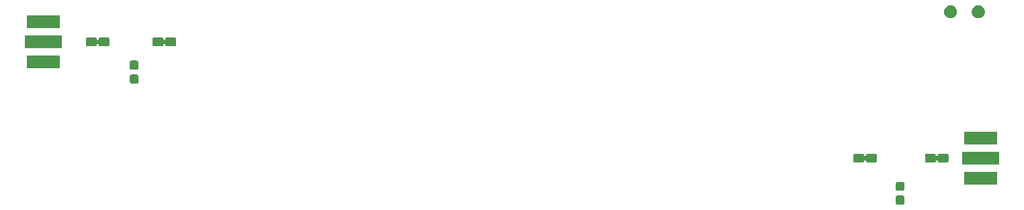
<source format=gbr>
G04 #@! TF.GenerationSoftware,KiCad,Pcbnew,5.1.2-f72e74a~84~ubuntu18.04.1*
G04 #@! TF.CreationDate,2019-11-21T14:14:44+01:00*
G04 #@! TF.ProjectId,FR4_proto,4652345f-7072-46f7-946f-2e6b69636164,rev?*
G04 #@! TF.SameCoordinates,Original*
G04 #@! TF.FileFunction,Soldermask,Top*
G04 #@! TF.FilePolarity,Negative*
%FSLAX46Y46*%
G04 Gerber Fmt 4.6, Leading zero omitted, Abs format (unit mm)*
G04 Created by KiCad (PCBNEW 5.1.2-f72e74a~84~ubuntu18.04.1) date 2019-11-21 14:14:44*
%MOMM*%
%LPD*%
G04 APERTURE LIST*
%ADD10C,0.100000*%
G04 APERTURE END LIST*
D10*
G36*
X166734499Y-108348445D02*
G01*
X166771995Y-108359820D01*
X166806554Y-108378292D01*
X166836847Y-108403153D01*
X166861708Y-108433446D01*
X166880180Y-108468005D01*
X166891555Y-108505501D01*
X166896000Y-108550638D01*
X166896000Y-109289362D01*
X166891555Y-109334499D01*
X166880180Y-109371995D01*
X166861708Y-109406554D01*
X166836847Y-109436847D01*
X166806554Y-109461708D01*
X166771995Y-109480180D01*
X166734499Y-109491555D01*
X166689362Y-109496000D01*
X166050638Y-109496000D01*
X166005501Y-109491555D01*
X165968005Y-109480180D01*
X165933446Y-109461708D01*
X165903153Y-109436847D01*
X165878292Y-109406554D01*
X165859820Y-109371995D01*
X165848445Y-109334499D01*
X165844000Y-109289362D01*
X165844000Y-108550638D01*
X165848445Y-108505501D01*
X165859820Y-108468005D01*
X165878292Y-108433446D01*
X165903153Y-108403153D01*
X165933446Y-108378292D01*
X165968005Y-108359820D01*
X166005501Y-108348445D01*
X166050638Y-108344000D01*
X166689362Y-108344000D01*
X166734499Y-108348445D01*
X166734499Y-108348445D01*
G37*
G36*
X166734499Y-106598445D02*
G01*
X166771995Y-106609820D01*
X166806554Y-106628292D01*
X166836847Y-106653153D01*
X166861708Y-106683446D01*
X166880180Y-106718005D01*
X166891555Y-106755501D01*
X166896000Y-106800638D01*
X166896000Y-107539362D01*
X166891555Y-107584499D01*
X166880180Y-107621995D01*
X166861708Y-107656554D01*
X166836847Y-107686847D01*
X166806554Y-107711708D01*
X166771995Y-107730180D01*
X166734499Y-107741555D01*
X166689362Y-107746000D01*
X166050638Y-107746000D01*
X166005501Y-107741555D01*
X165968005Y-107730180D01*
X165933446Y-107711708D01*
X165903153Y-107686847D01*
X165878292Y-107656554D01*
X165859820Y-107621995D01*
X165848445Y-107584499D01*
X165844000Y-107539362D01*
X165844000Y-106800638D01*
X165848445Y-106755501D01*
X165859820Y-106718005D01*
X165878292Y-106683446D01*
X165903153Y-106653153D01*
X165933446Y-106628292D01*
X165968005Y-106609820D01*
X166005501Y-106598445D01*
X166050638Y-106594000D01*
X166689362Y-106594000D01*
X166734499Y-106598445D01*
X166734499Y-106598445D01*
G37*
G36*
X178611000Y-106991000D02*
G01*
X174449000Y-106991000D01*
X174449000Y-105369000D01*
X178611000Y-105369000D01*
X178611000Y-106991000D01*
X178611000Y-106991000D01*
G37*
G36*
X178881000Y-104451000D02*
G01*
X174179000Y-104451000D01*
X174179000Y-102829000D01*
X178881000Y-102829000D01*
X178881000Y-104451000D01*
X178881000Y-104451000D01*
G37*
G36*
X170687811Y-103039605D02*
G01*
X170726867Y-103051453D01*
X170762862Y-103070693D01*
X170794414Y-103096586D01*
X170820307Y-103128138D01*
X170839547Y-103164133D01*
X170851395Y-103203189D01*
X170855603Y-103245918D01*
X170860383Y-103269951D01*
X170869761Y-103292590D01*
X170883374Y-103312964D01*
X170900701Y-103330291D01*
X170921076Y-103343905D01*
X170943715Y-103353283D01*
X170967748Y-103358063D01*
X170992252Y-103358063D01*
X171016285Y-103353283D01*
X171038924Y-103343905D01*
X171059298Y-103330292D01*
X171076625Y-103312965D01*
X171090239Y-103292590D01*
X171099617Y-103269951D01*
X171104397Y-103245918D01*
X171108605Y-103203189D01*
X171120453Y-103164133D01*
X171139693Y-103128138D01*
X171165586Y-103096586D01*
X171197138Y-103070693D01*
X171233133Y-103051453D01*
X171272189Y-103039605D01*
X171318949Y-103035000D01*
X172241051Y-103035000D01*
X172287811Y-103039605D01*
X172326867Y-103051453D01*
X172362862Y-103070693D01*
X172394414Y-103096586D01*
X172420307Y-103128138D01*
X172439547Y-103164133D01*
X172451395Y-103203189D01*
X172456000Y-103249949D01*
X172456000Y-103972051D01*
X172451395Y-104018811D01*
X172439547Y-104057867D01*
X172420307Y-104093862D01*
X172394414Y-104125414D01*
X172362862Y-104151307D01*
X172326867Y-104170547D01*
X172287811Y-104182395D01*
X172241051Y-104187000D01*
X171318949Y-104187000D01*
X171272189Y-104182395D01*
X171233133Y-104170547D01*
X171197138Y-104151307D01*
X171165586Y-104125414D01*
X171139693Y-104093862D01*
X171120453Y-104057867D01*
X171108605Y-104018811D01*
X171104397Y-103976082D01*
X171099617Y-103952049D01*
X171090239Y-103929410D01*
X171076626Y-103909036D01*
X171059299Y-103891709D01*
X171038924Y-103878095D01*
X171016285Y-103868717D01*
X170992252Y-103863937D01*
X170967748Y-103863937D01*
X170943715Y-103868717D01*
X170921076Y-103878095D01*
X170900702Y-103891708D01*
X170883375Y-103909035D01*
X170869761Y-103929410D01*
X170860383Y-103952049D01*
X170855603Y-103976082D01*
X170851395Y-104018811D01*
X170839547Y-104057867D01*
X170820307Y-104093862D01*
X170794414Y-104125414D01*
X170762862Y-104151307D01*
X170726867Y-104170547D01*
X170687811Y-104182395D01*
X170641051Y-104187000D01*
X169718949Y-104187000D01*
X169672189Y-104182395D01*
X169633133Y-104170547D01*
X169597138Y-104151307D01*
X169565586Y-104125414D01*
X169539693Y-104093862D01*
X169520453Y-104057867D01*
X169508605Y-104018811D01*
X169504000Y-103972051D01*
X169504000Y-103249949D01*
X169508605Y-103203189D01*
X169520453Y-103164133D01*
X169539693Y-103128138D01*
X169565586Y-103096586D01*
X169597138Y-103070693D01*
X169633133Y-103051453D01*
X169672189Y-103039605D01*
X169718949Y-103035000D01*
X170641051Y-103035000D01*
X170687811Y-103039605D01*
X170687811Y-103039605D01*
G37*
G36*
X161667811Y-103039605D02*
G01*
X161706867Y-103051453D01*
X161742862Y-103070693D01*
X161774414Y-103096586D01*
X161800307Y-103128138D01*
X161819547Y-103164133D01*
X161831395Y-103203189D01*
X161835603Y-103245918D01*
X161840383Y-103269951D01*
X161849761Y-103292590D01*
X161863374Y-103312964D01*
X161880701Y-103330291D01*
X161901076Y-103343905D01*
X161923715Y-103353283D01*
X161947748Y-103358063D01*
X161972252Y-103358063D01*
X161996285Y-103353283D01*
X162018924Y-103343905D01*
X162039298Y-103330292D01*
X162056625Y-103312965D01*
X162070239Y-103292590D01*
X162079617Y-103269951D01*
X162084397Y-103245918D01*
X162088605Y-103203189D01*
X162100453Y-103164133D01*
X162119693Y-103128138D01*
X162145586Y-103096586D01*
X162177138Y-103070693D01*
X162213133Y-103051453D01*
X162252189Y-103039605D01*
X162298949Y-103035000D01*
X163221051Y-103035000D01*
X163267811Y-103039605D01*
X163306867Y-103051453D01*
X163342862Y-103070693D01*
X163374414Y-103096586D01*
X163400307Y-103128138D01*
X163419547Y-103164133D01*
X163431395Y-103203189D01*
X163436000Y-103249949D01*
X163436000Y-103972051D01*
X163431395Y-104018811D01*
X163419547Y-104057867D01*
X163400307Y-104093862D01*
X163374414Y-104125414D01*
X163342862Y-104151307D01*
X163306867Y-104170547D01*
X163267811Y-104182395D01*
X163221051Y-104187000D01*
X162298949Y-104187000D01*
X162252189Y-104182395D01*
X162213133Y-104170547D01*
X162177138Y-104151307D01*
X162145586Y-104125414D01*
X162119693Y-104093862D01*
X162100453Y-104057867D01*
X162088605Y-104018811D01*
X162084397Y-103976082D01*
X162079617Y-103952049D01*
X162070239Y-103929410D01*
X162056626Y-103909036D01*
X162039299Y-103891709D01*
X162018924Y-103878095D01*
X161996285Y-103868717D01*
X161972252Y-103863937D01*
X161947748Y-103863937D01*
X161923715Y-103868717D01*
X161901076Y-103878095D01*
X161880702Y-103891708D01*
X161863375Y-103909035D01*
X161849761Y-103929410D01*
X161840383Y-103952049D01*
X161835603Y-103976082D01*
X161831395Y-104018811D01*
X161819547Y-104057867D01*
X161800307Y-104093862D01*
X161774414Y-104125414D01*
X161742862Y-104151307D01*
X161706867Y-104170547D01*
X161667811Y-104182395D01*
X161621051Y-104187000D01*
X160698949Y-104187000D01*
X160652189Y-104182395D01*
X160613133Y-104170547D01*
X160577138Y-104151307D01*
X160545586Y-104125414D01*
X160519693Y-104093862D01*
X160500453Y-104057867D01*
X160488605Y-104018811D01*
X160484000Y-103972051D01*
X160484000Y-103249949D01*
X160488605Y-103203189D01*
X160500453Y-103164133D01*
X160519693Y-103128138D01*
X160545586Y-103096586D01*
X160577138Y-103070693D01*
X160613133Y-103051453D01*
X160652189Y-103039605D01*
X160698949Y-103035000D01*
X161621051Y-103035000D01*
X161667811Y-103039605D01*
X161667811Y-103039605D01*
G37*
G36*
X178611000Y-101911000D02*
G01*
X174449000Y-101911000D01*
X174449000Y-100289000D01*
X178611000Y-100289000D01*
X178611000Y-101911000D01*
X178611000Y-101911000D01*
G37*
G36*
X70214499Y-93008445D02*
G01*
X70251995Y-93019820D01*
X70286554Y-93038292D01*
X70316847Y-93063153D01*
X70341708Y-93093446D01*
X70360180Y-93128005D01*
X70371555Y-93165501D01*
X70376000Y-93210638D01*
X70376000Y-93949362D01*
X70371555Y-93994499D01*
X70360180Y-94031995D01*
X70341708Y-94066554D01*
X70316847Y-94096847D01*
X70286554Y-94121708D01*
X70251995Y-94140180D01*
X70214499Y-94151555D01*
X70169362Y-94156000D01*
X69530638Y-94156000D01*
X69485501Y-94151555D01*
X69448005Y-94140180D01*
X69413446Y-94121708D01*
X69383153Y-94096847D01*
X69358292Y-94066554D01*
X69339820Y-94031995D01*
X69328445Y-93994499D01*
X69324000Y-93949362D01*
X69324000Y-93210638D01*
X69328445Y-93165501D01*
X69339820Y-93128005D01*
X69358292Y-93093446D01*
X69383153Y-93063153D01*
X69413446Y-93038292D01*
X69448005Y-93019820D01*
X69485501Y-93008445D01*
X69530638Y-93004000D01*
X70169362Y-93004000D01*
X70214499Y-93008445D01*
X70214499Y-93008445D01*
G37*
G36*
X70214499Y-91258445D02*
G01*
X70251995Y-91269820D01*
X70286554Y-91288292D01*
X70316847Y-91313153D01*
X70341708Y-91343446D01*
X70360180Y-91378005D01*
X70371555Y-91415501D01*
X70376000Y-91460638D01*
X70376000Y-92199362D01*
X70371555Y-92244499D01*
X70360180Y-92281995D01*
X70341708Y-92316554D01*
X70316847Y-92346847D01*
X70286554Y-92371708D01*
X70251995Y-92390180D01*
X70214499Y-92401555D01*
X70169362Y-92406000D01*
X69530638Y-92406000D01*
X69485501Y-92401555D01*
X69448005Y-92390180D01*
X69413446Y-92371708D01*
X69383153Y-92346847D01*
X69358292Y-92316554D01*
X69339820Y-92281995D01*
X69328445Y-92244499D01*
X69324000Y-92199362D01*
X69324000Y-91460638D01*
X69328445Y-91415501D01*
X69339820Y-91378005D01*
X69358292Y-91343446D01*
X69383153Y-91313153D01*
X69413446Y-91288292D01*
X69448005Y-91269820D01*
X69485501Y-91258445D01*
X69530638Y-91254000D01*
X70169362Y-91254000D01*
X70214499Y-91258445D01*
X70214499Y-91258445D01*
G37*
G36*
X60501000Y-92251000D02*
G01*
X56339000Y-92251000D01*
X56339000Y-90629000D01*
X60501000Y-90629000D01*
X60501000Y-92251000D01*
X60501000Y-92251000D01*
G37*
G36*
X60771000Y-89711000D02*
G01*
X56069000Y-89711000D01*
X56069000Y-88089000D01*
X60771000Y-88089000D01*
X60771000Y-89711000D01*
X60771000Y-89711000D01*
G37*
G36*
X73367811Y-88328605D02*
G01*
X73406867Y-88340453D01*
X73442862Y-88359693D01*
X73474414Y-88385586D01*
X73500307Y-88417138D01*
X73519547Y-88453133D01*
X73531395Y-88492189D01*
X73535603Y-88534918D01*
X73540383Y-88558951D01*
X73549761Y-88581590D01*
X73563374Y-88601964D01*
X73580701Y-88619291D01*
X73601076Y-88632905D01*
X73623715Y-88642283D01*
X73647748Y-88647063D01*
X73672252Y-88647063D01*
X73696285Y-88642283D01*
X73718924Y-88632905D01*
X73739298Y-88619292D01*
X73756625Y-88601965D01*
X73770239Y-88581590D01*
X73779617Y-88558951D01*
X73784397Y-88534918D01*
X73788605Y-88492189D01*
X73800453Y-88453133D01*
X73819693Y-88417138D01*
X73845586Y-88385586D01*
X73877138Y-88359693D01*
X73913133Y-88340453D01*
X73952189Y-88328605D01*
X73998949Y-88324000D01*
X74921051Y-88324000D01*
X74967811Y-88328605D01*
X75006867Y-88340453D01*
X75042862Y-88359693D01*
X75074414Y-88385586D01*
X75100307Y-88417138D01*
X75119547Y-88453133D01*
X75131395Y-88492189D01*
X75136000Y-88538949D01*
X75136000Y-89261051D01*
X75131395Y-89307811D01*
X75119547Y-89346867D01*
X75100307Y-89382862D01*
X75074414Y-89414414D01*
X75042862Y-89440307D01*
X75006867Y-89459547D01*
X74967811Y-89471395D01*
X74921051Y-89476000D01*
X73998949Y-89476000D01*
X73952189Y-89471395D01*
X73913133Y-89459547D01*
X73877138Y-89440307D01*
X73845586Y-89414414D01*
X73819693Y-89382862D01*
X73800453Y-89346867D01*
X73788605Y-89307811D01*
X73784397Y-89265082D01*
X73779617Y-89241049D01*
X73770239Y-89218410D01*
X73756626Y-89198036D01*
X73739299Y-89180709D01*
X73718924Y-89167095D01*
X73696285Y-89157717D01*
X73672252Y-89152937D01*
X73647748Y-89152937D01*
X73623715Y-89157717D01*
X73601076Y-89167095D01*
X73580702Y-89180708D01*
X73563375Y-89198035D01*
X73549761Y-89218410D01*
X73540383Y-89241049D01*
X73535603Y-89265082D01*
X73531395Y-89307811D01*
X73519547Y-89346867D01*
X73500307Y-89382862D01*
X73474414Y-89414414D01*
X73442862Y-89440307D01*
X73406867Y-89459547D01*
X73367811Y-89471395D01*
X73321051Y-89476000D01*
X72398949Y-89476000D01*
X72352189Y-89471395D01*
X72313133Y-89459547D01*
X72277138Y-89440307D01*
X72245586Y-89414414D01*
X72219693Y-89382862D01*
X72200453Y-89346867D01*
X72188605Y-89307811D01*
X72184000Y-89261051D01*
X72184000Y-88538949D01*
X72188605Y-88492189D01*
X72200453Y-88453133D01*
X72219693Y-88417138D01*
X72245586Y-88385586D01*
X72277138Y-88359693D01*
X72313133Y-88340453D01*
X72352189Y-88328605D01*
X72398949Y-88324000D01*
X73321051Y-88324000D01*
X73367811Y-88328605D01*
X73367811Y-88328605D01*
G37*
G36*
X64947811Y-88328605D02*
G01*
X64986867Y-88340453D01*
X65022862Y-88359693D01*
X65054414Y-88385586D01*
X65080307Y-88417138D01*
X65099547Y-88453133D01*
X65111395Y-88492189D01*
X65115603Y-88534918D01*
X65120383Y-88558951D01*
X65129761Y-88581590D01*
X65143374Y-88601964D01*
X65160701Y-88619291D01*
X65181076Y-88632905D01*
X65203715Y-88642283D01*
X65227748Y-88647063D01*
X65252252Y-88647063D01*
X65276285Y-88642283D01*
X65298924Y-88632905D01*
X65319298Y-88619292D01*
X65336625Y-88601965D01*
X65350239Y-88581590D01*
X65359617Y-88558951D01*
X65364397Y-88534918D01*
X65368605Y-88492189D01*
X65380453Y-88453133D01*
X65399693Y-88417138D01*
X65425586Y-88385586D01*
X65457138Y-88359693D01*
X65493133Y-88340453D01*
X65532189Y-88328605D01*
X65578949Y-88324000D01*
X66501051Y-88324000D01*
X66547811Y-88328605D01*
X66586867Y-88340453D01*
X66622862Y-88359693D01*
X66654414Y-88385586D01*
X66680307Y-88417138D01*
X66699547Y-88453133D01*
X66711395Y-88492189D01*
X66716000Y-88538949D01*
X66716000Y-89261051D01*
X66711395Y-89307811D01*
X66699547Y-89346867D01*
X66680307Y-89382862D01*
X66654414Y-89414414D01*
X66622862Y-89440307D01*
X66586867Y-89459547D01*
X66547811Y-89471395D01*
X66501051Y-89476000D01*
X65578949Y-89476000D01*
X65532189Y-89471395D01*
X65493133Y-89459547D01*
X65457138Y-89440307D01*
X65425586Y-89414414D01*
X65399693Y-89382862D01*
X65380453Y-89346867D01*
X65368605Y-89307811D01*
X65364397Y-89265082D01*
X65359617Y-89241049D01*
X65350239Y-89218410D01*
X65336626Y-89198036D01*
X65319299Y-89180709D01*
X65298924Y-89167095D01*
X65276285Y-89157717D01*
X65252252Y-89152937D01*
X65227748Y-89152937D01*
X65203715Y-89157717D01*
X65181076Y-89167095D01*
X65160702Y-89180708D01*
X65143375Y-89198035D01*
X65129761Y-89218410D01*
X65120383Y-89241049D01*
X65115603Y-89265082D01*
X65111395Y-89307811D01*
X65099547Y-89346867D01*
X65080307Y-89382862D01*
X65054414Y-89414414D01*
X65022862Y-89440307D01*
X64986867Y-89459547D01*
X64947811Y-89471395D01*
X64901051Y-89476000D01*
X63978949Y-89476000D01*
X63932189Y-89471395D01*
X63893133Y-89459547D01*
X63857138Y-89440307D01*
X63825586Y-89414414D01*
X63799693Y-89382862D01*
X63780453Y-89346867D01*
X63768605Y-89307811D01*
X63764000Y-89261051D01*
X63764000Y-88538949D01*
X63768605Y-88492189D01*
X63780453Y-88453133D01*
X63799693Y-88417138D01*
X63825586Y-88385586D01*
X63857138Y-88359693D01*
X63893133Y-88340453D01*
X63932189Y-88328605D01*
X63978949Y-88324000D01*
X64901051Y-88324000D01*
X64947811Y-88328605D01*
X64947811Y-88328605D01*
G37*
G36*
X60501000Y-87171000D02*
G01*
X56339000Y-87171000D01*
X56339000Y-85549000D01*
X60501000Y-85549000D01*
X60501000Y-87171000D01*
X60501000Y-87171000D01*
G37*
G36*
X176457142Y-84308242D02*
G01*
X176605101Y-84369529D01*
X176738255Y-84458499D01*
X176851501Y-84571745D01*
X176940471Y-84704899D01*
X177001758Y-84852858D01*
X177033000Y-85009925D01*
X177033000Y-85170075D01*
X177001758Y-85327142D01*
X176940471Y-85475101D01*
X176851501Y-85608255D01*
X176738255Y-85721501D01*
X176605101Y-85810471D01*
X176457142Y-85871758D01*
X176300075Y-85903000D01*
X176139925Y-85903000D01*
X175982858Y-85871758D01*
X175834899Y-85810471D01*
X175701745Y-85721501D01*
X175588499Y-85608255D01*
X175499529Y-85475101D01*
X175438242Y-85327142D01*
X175407000Y-85170075D01*
X175407000Y-85009925D01*
X175438242Y-84852858D01*
X175499529Y-84704899D01*
X175588499Y-84571745D01*
X175701745Y-84458499D01*
X175834899Y-84369529D01*
X175982858Y-84308242D01*
X176139925Y-84277000D01*
X176300075Y-84277000D01*
X176457142Y-84308242D01*
X176457142Y-84308242D01*
G37*
G36*
X172957142Y-84308242D02*
G01*
X173105101Y-84369529D01*
X173238255Y-84458499D01*
X173351501Y-84571745D01*
X173440471Y-84704899D01*
X173501758Y-84852858D01*
X173533000Y-85009925D01*
X173533000Y-85170075D01*
X173501758Y-85327142D01*
X173440471Y-85475101D01*
X173351501Y-85608255D01*
X173238255Y-85721501D01*
X173105101Y-85810471D01*
X172957142Y-85871758D01*
X172800075Y-85903000D01*
X172639925Y-85903000D01*
X172482858Y-85871758D01*
X172334899Y-85810471D01*
X172201745Y-85721501D01*
X172088499Y-85608255D01*
X171999529Y-85475101D01*
X171938242Y-85327142D01*
X171907000Y-85170075D01*
X171907000Y-85009925D01*
X171938242Y-84852858D01*
X171999529Y-84704899D01*
X172088499Y-84571745D01*
X172201745Y-84458499D01*
X172334899Y-84369529D01*
X172482858Y-84308242D01*
X172639925Y-84277000D01*
X172800075Y-84277000D01*
X172957142Y-84308242D01*
X172957142Y-84308242D01*
G37*
M02*

</source>
